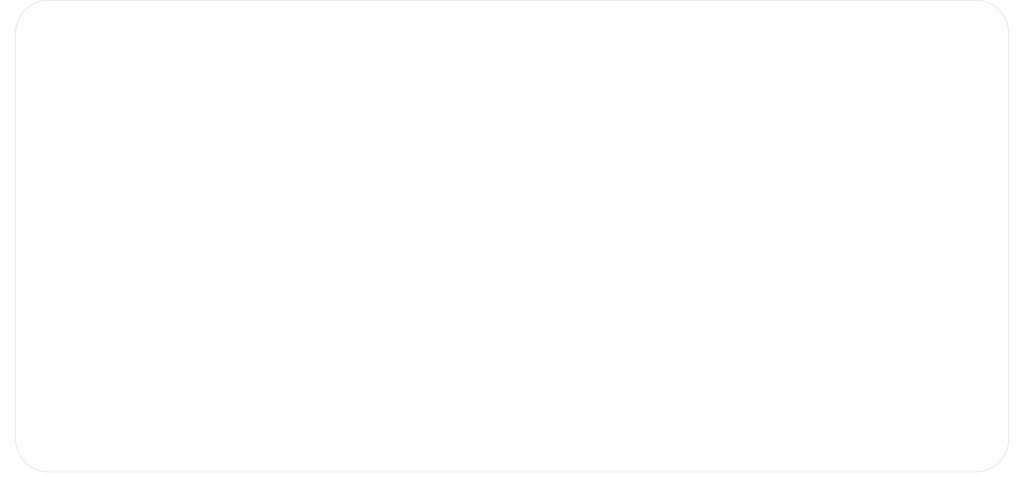
<source format=kicad_pcb>
(kicad_pcb (version 20240108) (generator "pcbnew") (generator_version "8.0")
  (layers (0 "F.Cu" signal) (31 "B.Cu" signal) (34 "B.Paste" user) (35 "F.Paste" user) (36 "B.SilkS" user "B.Silkscreen") (37 "F.SilkS" user "F.Silkscreen") (38 "B.Mask" user) (39 "F.Mask" user) (44 "Edge.Cuts" user))
  (net 0 "")
  (footprint "MountingHole:MountingHole_2.2mm_M2" (layer "F.Cu") (at 103.525125 45.775125)
    (property "Reference" "H1" (hide yes))
    (property "Value" "MountingHole")
    (pad "" np_thru_hole circle (at 0 0) (size 2.2 2.2) (drill 2.2) (layers "*.Cu" "*.Mask"))
  )
  (footprint "MountingHole:MountingHole_2.2mm_M2" (layer "F.Cu") (at 180.225126 67.225126)
    (property "Reference" "H6" (hide yes))
    (property "Value" "MountingHole")
    (pad "" np_thru_hole circle (at 0 0) (size 2.2 2.2) (drill 2.2) (layers "*.Cu" "*.Mask"))
  )
  (footprint "MountingHole:MountingHole_2.2mm_M2" (layer "F.Cu") (at 201.775126 45.775126)
    (property "Reference" "H2" (hide yes))
    (property "Value" "MountingHole")
    (pad "" np_thru_hole circle (at 0 0) (size 2.2 2.2) (drill 2.2) (layers "*.Cu" "*.Mask"))
  )
  (footprint "MountingHole:MountingHole_2.2mm_M2" (layer "F.Cu") (at 201.775126 88.775126)
    (property "Reference" "H4" (hide yes))
    (property "Value" "MountingHole")
    (pad "" np_thru_hole circle (at 0 0) (size 2.2 2.2) (drill 2.2) (layers "*.Cu" "*.Mask"))
  )
  (footprint "MountingHole:MountingHole_2.2mm_M2" (layer "F.Cu") (at 142.125126 67.225126)
    (property "Reference" "H5" (hide yes))
    (property "Value" "MountingHole")
    (pad "" np_thru_hole circle (at 0 0) (size 2.2 2.2) (drill 2.2) (layers "*.Cu" "*.Mask"))
  )
  (footprint "MountingHole:MountingHole_2.2mm_M2" (layer "F.Cu") (at 103.525125 88.775125)
    (property "Reference" "H3" (hide yes))
    (property "Value" "MountingHole")
    (pad "" np_thru_hole circle (at 0 0) (size 2.2 2.2) (drill 2.2) (layers "*.Cu" "*.Mask"))
  )
  (gr_line (start 100.025126 45.775126) (end 100.025126 88.775126) (stroke (width 0.05)) (layer "Edge.Cuts"))
  (gr_arc (start 103.525126 92.275126) (mid 101.050252 91.25) (end 100.025126 88.775126) (stroke (width 0.05)) (layer "Edge.Cuts"))
  (gr_arc (start 100.025126 45.775126) (mid 101.050252 43.300252) (end 103.525126 42.275126) (stroke (width 0.05)) (layer "Edge.Cuts"))
  (gr_arc (start 201.775126 42.275126) (mid 204.25 43.300252) (end 205.275126 45.775126) (stroke (width 0.05)) (layer "Edge.Cuts"))
  (gr_line (start 103.525126 92.275126) (end 201.775126 92.275126) (stroke (width 0.05)) (layer "Edge.Cuts"))
  (gr_line (start 103.525126 42.275126) (end 201.775126 42.275126) (stroke (width 0.05)) (layer "Edge.Cuts"))
  (gr_line (start 205.275126 88.775126) (end 205.275126 45.775126) (stroke (width 0.05)) (layer "Edge.Cuts"))
  (gr_arc (start 205.275126 88.775126) (mid 204.25 91.25) (end 201.775126 92.275126) (stroke (width 0.05)) (layer "Edge.Cuts"))
)
</source>
